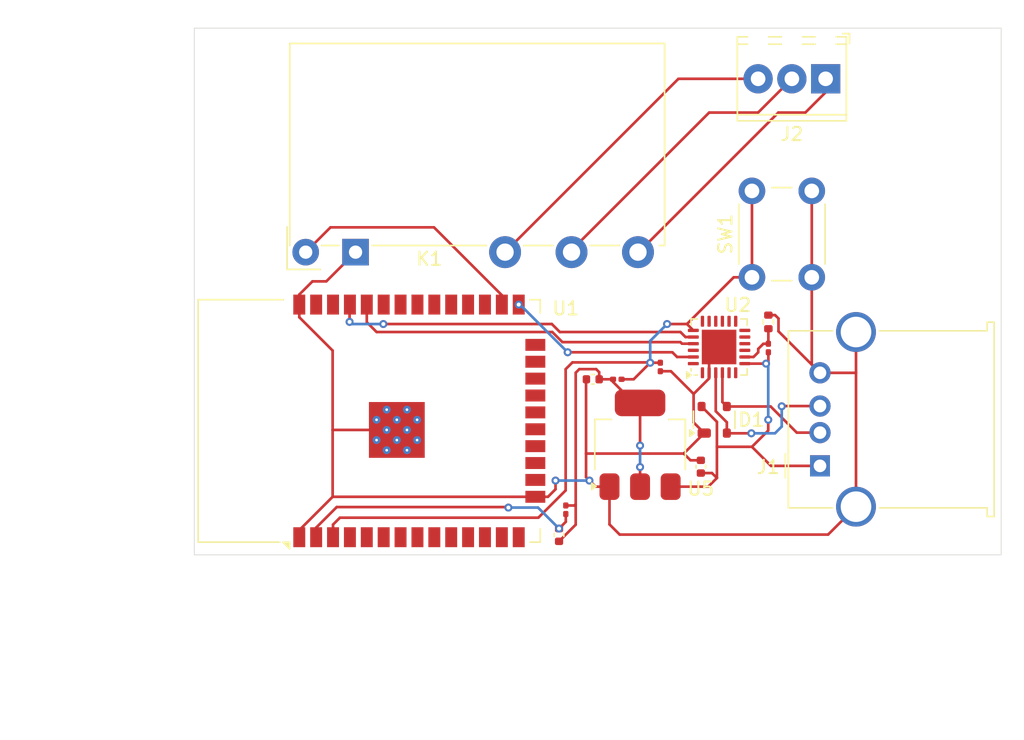
<source format=kicad_pcb>
(kicad_pcb (version 20240108) (generator "pcbnew") (generator_version "8.0")
  (layers (0 "F.Cu" signal) (31 "B.Cu" signal) (34 "B.Paste" user) (35 "F.Paste" user) (36 "B.SilkS" user "B.Silkscreen") (37 "F.SilkS" user "F.Silkscreen") (38 "B.Mask" user) (39 "F.Mask" user) (44 "Edge.Cuts" user))
  (net 0 "")
  (net 1 "GND")
  (net 2 "Net-(J1-D+)")
  (net 3 "Net-(J1-D-)")
  (net 4 "Net-(J1-VBUS)")
  (net 5 "Net-(U1-VDD)")
  (net 6 "Net-(SW1-A)")
  (net 27 "Net-(U1-IO0)")
  (net 35 "Net-(U1-TXD0{slash}IO1)")
  (net 41 "Net-(U2-VBUS)")
  (net 54 "Net-(U1-IO4)")
  (net 55 "Net-(J2-Pin_2)")
  (net 56 "Net-(J2-Pin_1)")
  (net 57 "Net-(J2-Pin_3)")
  (net 58 "Net-(U1-RXD0{slash}IO3)")
  (net 59 "Net-(U5-VO)")
  (footprint "Button_Switch_THT:SW_PUSH_6mm" (layer "F.Cu") (at 117.13 55.574 90)
    (property "Reference" "SW1" (at 3.25 -2 270) (layer "F.SilkS"))
    (property "Value" "SW_SPST")
    (fp_line (start 5.5 -1) (end 1 -1) (stroke (width 0.12)) (layer "F.SilkS"))
    (fp_line (start -0.25 1.5) (end -0.25 3) (stroke (width 0.12)) (layer "F.SilkS"))
    (fp_line (start 6.75 3) (end 6.75 1.5) (stroke (width 0.12)) (layer "F.SilkS"))
    (fp_line (start 1 5.5) (end 5.5 5.5) (stroke (width 0.12)) (layer "F.SilkS"))
    (pad "1" thru_hole circle (at 0 0 180) (size 2 2) (drill 1.1) (layers "*.Cu" "*.Mask") (net 6 "Net-(SW1-A)"))
    (pad "1" thru_hole circle (at 6.5 0 180) (size 2 2) (drill 1.1) (layers "*.Cu" "*.Mask") (net 6 "Net-(SW1-A)"))
    (pad "2" thru_hole circle (at 0 4.5 180) (size 2 2) (drill 1.1) (layers "*.Cu" "*.Mask") (net 1 "GND"))
    (pad "2" thru_hole circle (at 6.5 4.5 180) (size 2 2) (drill 1.1) (layers "*.Cu" "*.Mask") (net 1 "GND"))
  )
  (footprint "Resistor_SMD:R_0201_0603Metric" (layer "F.Cu") (at 107 63.246)
    (property "Reference" "R3" (hide yes))
    (property "Value" "10kΩ" (hide yes))
    (pad "1" smd roundrect (at -0.32 0) (size 0.46 0.4) (layers "F.Cu" "F.Mask") (net 59 "Net-(U5-VO)"))
    (pad "2" smd roundrect (at 0.32 0) (size 0.46 0.4) (layers "F.Cu" "F.Mask") (net 6 "Net-(SW1-A)"))
  )
  (footprint "Capacitor_SMD:C_0201_0603Metric" (layer "F.Cu") (at 103.124 73.061 -90)
    (property "Reference" "C2" (hide yes))
    (property "Value" "0.1uF" (hide yes))
    (pad "1" smd roundrect (at -0.32 0 270) (size 0.46 0.4) (layers "F.Cu" "F.Mask") (net 59 "Net-(U5-VO)"))
    (pad "2" smd roundrect (at 0.32 0 270) (size 0.46 0.4) (layers "F.Cu" "F.Mask") (net 5 "Net-(U1-VDD)"))
  )
  (footprint "Package_TO_SOT_SMD:SOT-143" (layer "F.Cu") (at 114.29 66.294 90)
    (property "Reference" "D1" (at 0 2.794 180) (layer "F.SilkS"))
    (property "Value" "SP0503BAHT" (hide yes))
    (fp_line (start 0.65 -1.56) (end -0.62 -1.56) (stroke (width 0.12)) (layer "F.SilkS"))
    (fp_line (start -0.65 1.56) (end 0.65 1.56) (stroke (width 0.12)) (layer "F.SilkS"))
    (fp_poly (pts (xy -1 -1.51) (xy -1.24 -1.84) (xy -0.76 -1.84) (xy -1 -1.51)) (stroke (width 0.12)) (fill solid) (layer "F.SilkS"))
    (pad "1" smd roundrect (at -1 -0.75 90) (size 0.7 1) (layers "F.Cu" "F.Paste" "F.Mask") (net 1 "GND"))
    (pad "2" smd roundrect (at -1 0.95 90) (size 0.7 0.6) (layers "F.Cu" "F.Paste" "F.Mask") (net 2 "Net-(J1-D+)"))
    (pad "3" smd roundrect (at 1 0.95 90) (size 0.7 0.6) (layers "F.Cu" "F.Paste" "F.Mask") (net 3 "Net-(J1-D-)"))
    (pad "4" smd roundrect (at 1 -0.95 90) (size 0.7 0.6) (layers "F.Cu" "F.Paste" "F.Mask") (net 4 "Net-(J1-VBUS)"))
  )
  (footprint "Connector_USB:USB_A_Molex_67643_Horizontal" (layer "F.Cu") (at 122.248 69.76 90)
    (property "Reference" "J1" (at -0.09 -3.894 180) (layer "F.SilkS"))
    (property "Value" "USB_A")
    (fp_line (start -0.9 -2.6) (end 0.9 -2.6) (stroke (width 0.12)) (layer "F.SilkS"))
    (fp_line (start 10.16 -2.38) (end 10.16 0.95) (stroke (width 0.12)) (layer "F.SilkS"))
    (fp_line (start -3.16 -2.38) (end 10.16 -2.38) (stroke (width 0.12)) (layer "F.SilkS"))
    (fp_line (start -3.16 -2.38) (end -3.16 0.95) (stroke (width 0.12)) (layer "F.SilkS"))
    (fp_line (start 10.16 4.47) (end 10.16 12.58) (stroke (width 0.12)) (layer "F.SilkS"))
    (fp_line (start 10.81 12.58) (end 10.16 12.58) (stroke (width 0.12)) (layer "F.SilkS"))
    (fp_line (start -3.16 12.58) (end -3.16 4.47) (stroke (width 0.12)) (layer "F.SilkS"))
    (fp_line (start -3.16 12.58) (end -3.81 12.58) (stroke (width 0.12)) (layer "F.SilkS"))
    (fp_line (start -3.81 12.58) (end -3.81 13.1) (stroke (width 0.12)) (layer "F.SilkS"))
    (fp_line (start 10.81 13.1) (end 10.81 12.58) (stroke (width 0.12)) (layer "F.SilkS"))
    (fp_line (start -3.81 13.1) (end 10.81 13.1) (stroke (width 0.12)) (layer "F.SilkS"))
    (pad "1" thru_hole rect (at 0 0 90) (size 1.6 1.5) (drill 0.95) (layers "*.Cu" "*.Mask") (net 4 "Net-(J1-VBUS)"))
    (pad "2" thru_hole circle (at 2.5 0 90) (size 1.6 1.6) (drill 0.95) (layers "*.Cu" "*.Mask") (net 3 "Net-(J1-D-)"))
    (pad "3" thru_hole circle (at 4.5 0 90) (size 1.6 1.6) (drill 0.95) (layers "*.Cu" "*.Mask") (net 2 "Net-(J1-D+)"))
    (pad "4" thru_hole circle (at 7 0 90) (size 1.6 1.6) (drill 0.95) (layers "*.Cu" "*.Mask") (net 1 "GND"))
    (pad "5" thru_hole circle (at -3.07 2.71 90) (size 3 3) (drill 2.3) (layers "*.Cu" "*.Mask") (net 1 "GND"))
    (pad "5" thru_hole circle (at 10.07 2.71 90) (size 3 3) (drill 2.3) (layers "*.Cu" "*.Mask") (net 1 "GND"))
  )
  (footprint "Capacitor_SMD:C_0402_1005Metric" (layer "F.Cu") (at 102.616 74.958 -90)
    (property "Reference" "C1" (hide yes))
    (property "Value" "10uF" (hide yes))
    (fp_line (start -0.107836 0.36) (end 0.107836 0.36) (stroke (width 0.12)) (layer "F.SilkS"))
    (fp_line (start -0.107836 -0.36) (end 0.107836 -0.36) (stroke (width 0.12)) (layer "F.SilkS"))
    (pad "1" smd roundrect (at -0.48 0 270) (size 0.56 0.62) (layers "F.Cu" "F.Paste" "F.Mask") (net 5 "Net-(U1-VDD)"))
    (pad "2" smd roundrect (at 0.48 0 270) (size 0.56 0.62) (layers "F.Cu" "F.Paste" "F.Mask") (net 59 "Net-(U5-VO)"))
  )
  (footprint "Package_TO_SOT_SMD:SOT-223-3_TabPin2" (layer "F.Cu") (at 108.712 68.174 90)
    (property "Reference" "U5" (at -3.302 4.572 180) (layer "F.SilkS"))
    (property "Value" "AMS1117-3.3" (hide yes))
    (fp_line (start 1.91 -3.41) (end 1.91 -2.15) (stroke (width 0.12)) (layer "F.SilkS"))
    (fp_line (start -1.85 -3.41) (end 1.91 -3.41) (stroke (width 0.12)) (layer "F.SilkS"))
    (fp_line (start 1.91 3.41) (end 1.91 2.15) (stroke (width 0.12)) (layer "F.SilkS"))
    (fp_line (start -1.85 3.41) (end 1.91 3.41) (stroke (width 0.12)) (layer "F.SilkS"))
    (fp_poly (pts (xy -3.13 -3.31) (xy -3.37 -3.64) (xy -2.89 -3.64) (xy -3.13 -3.31)) (stroke (width 0.12)) (fill solid) (layer "F.SilkS"))
    (pad "1" smd roundrect (at -3.15 -2.3 90) (size 2 1.5) (layers "F.Cu" "F.Paste" "F.Mask") (net 1 "GND"))
    (pad "2" smd roundrect (at -3.15 0 90) (size 2 1.5) (layers "F.Cu" "F.Paste" "F.Mask") (net 59 "Net-(U5-VO)"))
    (pad "2" smd roundrect (at 3.15 0 90) (size 2 3.8) (layers "F.Cu" "F.Paste" "F.Mask") (net 59 "Net-(U5-VO)"))
    (pad "3" smd roundrect (at -3.15 2.3 90) (size 2 1.5) (layers "F.Cu" "F.Paste" "F.Mask") (net 4 "Net-(J1-VBUS)"))
  )
  (footprint "RF_Module:ESP32-WROOM-32" (layer "F.Cu") (at 91.323 66.377 90)
    (property "Reference" "U1" (at 8.465 11.801 0) (layer "F.SilkS"))
    (property "Value" "ESP32-WROOM-32")
    (fp_line (start 9.12 -15.86) (end 9.12 -9.445) (stroke (width 0.12)) (layer "F.SilkS"))
    (fp_line (start -9.12 -15.86) (end 9.12 -15.86) (stroke (width 0.12)) (layer "F.SilkS"))
    (fp_line (start -9.12 -15.86) (end -9.12 -9.7) (stroke (width 0.12)) (layer "F.SilkS"))
    (fp_line (start 9.12 9.1) (end 9.12 9.88) (stroke (width 0.12)) (layer "F.SilkS"))
    (fp_line (start -9.12 9.1) (end -9.12 9.88) (stroke (width 0.12)) (layer "F.SilkS"))
    (fp_line (start 9.12 9.88) (end 8.12 9.88) (stroke (width 0.12)) (layer "F.SilkS"))
    (fp_line (start -9.12 9.88) (end -8.12 9.88) (stroke (width 0.12)) (layer "F.SilkS"))
    (fp_poly (pts (xy -9.125 -8.975) (xy -9.625 -8.975) (xy -9.125 -9.475) (xy -9.125 -8.975)) (stroke (width 0.12)) (fill solid) (layer "F.SilkS"))
    (pad "1" smd rect (at -8.75 -8.25 90) (size 1.5 0.9) (layers "F.Cu" "F.Paste" "F.Mask") (net 1 "GND"))
    (pad "2" smd rect (at -8.75 -6.98 90) (size 1.5 0.9) (layers "F.Cu" "F.Paste" "F.Mask") (net 5 "Net-(U1-VDD)"))
    (pad "3" smd rect (at -8.75 -5.71 90) (size 1.5 0.9) (layers "F.Cu" "F.Paste" "F.Mask") (net 6 "Net-(SW1-A)"))
    (pad "4" smd rect (at -8.75 -4.44 90) (size 1.5 0.9) (layers "F.Cu" "F.Paste" "F.Mask"))
    (pad "5" smd rect (at -8.75 -3.17 90) (size 1.5 0.9) (layers "F.Cu" "F.Paste" "F.Mask"))
    (pad "6" smd rect (at -8.75 -1.9 90) (size 1.5 0.9) (layers "F.Cu" "F.Paste" "F.Mask"))
    (pad "7" smd rect (at -8.75 -0.63 90) (size 1.5 0.9) (layers "F.Cu" "F.Paste" "F.Mask"))
    (pad "8" smd rect (at -8.75 0.64 90) (size 1.5 0.9) (layers "F.Cu" "F.Paste" "F.Mask"))
    (pad "9" smd rect (at -8.75 1.91 90) (size 1.5 0.9) (layers "F.Cu" "F.Paste" "F.Mask"))
    (pad "10" smd rect (at -8.75 3.18 90) (size 1.5 0.9) (layers "F.Cu" "F.Paste" "F.Mask"))
    (pad "11" smd rect (at -8.75 4.45 90) (size 1.5 0.9) (layers "F.Cu" "F.Paste" "F.Mask"))
    (pad "12" smd rect (at -8.75 5.72 90) (size 1.5 0.9) (layers "F.Cu" "F.Paste" "F.Mask"))
    (pad "13" smd rect (at -8.75 6.99 90) (size 1.5 0.9) (layers "F.Cu" "F.Paste" "F.Mask"))
    (pad "14" smd rect (at -8.75 8.26 90) (size 1.5 0.9) (layers "F.Cu" "F.Paste" "F.Mask"))
    (pad "15" smd rect (at -5.71 9.51 180) (size 1.5 0.9) (layers "F.Cu" "F.Paste" "F.Mask") (net 1 "GND"))
    (pad "16" smd rect (at -4.44 9.51 180) (size 1.5 0.9) (layers "F.Cu" "F.Paste" "F.Mask"))
    (pad "17" smd rect (at -3.17 9.51 180) (size 1.5 0.9) (layers "F.Cu" "F.Paste" "F.Mask"))
    (pad "18" smd rect (at -1.9 9.51 180) (size 1.5 0.9) (layers "F.Cu" "F.Paste" "F.Mask"))
    (pad "19" smd rect (at -0.63 9.51 180) (size 1.5 0.9) (layers "F.Cu" "F.Paste" "F.Mask"))
    (pad "20" smd rect (at 0.64 9.51 180) (size 1.5 0.9) (layers "F.Cu" "F.Paste" "F.Mask"))
    (pad "21" smd rect (at 1.91 9.51 180) (size 1.5 0.9) (layers "F.Cu" "F.Paste" "F.Mask"))
    (pad "22" smd rect (at 3.18 9.51 180) (size 1.5 0.9) (layers "F.Cu" "F.Paste" "F.Mask"))
    (pad "23" smd rect (at 4.45 9.51 180) (size 1.5 0.9) (layers "F.Cu" "F.Paste" "F.Mask"))
    (pad "24" smd rect (at 5.72 9.51 180) (size 1.5 0.9) (layers "F.Cu" "F.Paste" "F.Mask"))
    (pad "25" smd rect (at 8.75 8.26 90) (size 1.5 0.9) (layers "F.Cu" "F.Paste" "F.Mask") (net 27 "Net-(U1-IO0)"))
    (pad "26" smd rect (at 8.75 6.99 90) (size 1.5 0.9) (layers "F.Cu" "F.Paste" "F.Mask") (net 54 "Net-(U1-IO4)"))
    (pad "27" smd rect (at 8.75 5.72 90) (size 1.5 0.9) (layers "F.Cu" "F.Paste" "F.Mask"))
    (pad "28" smd rect (at 8.75 4.45 90) (size 1.5 0.9) (layers "F.Cu" "F.Paste" "F.Mask"))
    (pad "29" smd rect (at 8.75 3.18 90) (size 1.5 0.9) (layers "F.Cu" "F.Paste" "F.Mask"))
    (pad "30" smd rect (at 8.75 1.91 90) (size 1.5 0.9) (layers "F.Cu" "F.Paste" "F.Mask"))
    (pad "31" smd rect (at 8.75 0.64 90) (size 1.5 0.9) (layers "F.Cu" "F.Paste" "F.Mask"))
    (pad "32" smd rect (at 8.75 -0.63 90) (size 1.5 0.9) (layers "F.Cu" "F.Paste" "F.Mask"))
    (pad "33" smd rect (at 8.75 -1.9 90) (size 1.5 0.9) (layers "F.Cu" "F.Paste" "F.Mask"))
    (pad "34" smd rect (at 8.75 -3.17 90) (size 1.5 0.9) (layers "F.Cu" "F.Paste" "F.Mask") (net 58 "Net-(U1-RXD0{slash}IO3)"))
    (pad "35" smd rect (at 8.75 -4.44 90) (size 1.5 0.9) (layers "F.Cu" "F.Paste" "F.Mask") (net 35 "Net-(U1-TXD0{slash}IO1)"))
    (pad "36" smd rect (at 8.75 -5.71 90) (size 1.5 0.9) (layers "F.Cu" "F.Paste" "F.Mask"))
    (pad "37" smd rect (at 8.75 -6.98 90) (size 1.5 0.9) (layers "F.Cu" "F.Paste" "F.Mask"))
    (pad "38" smd rect (at 8.75 -8.25 90) (size 1.5 0.9) (layers "F.Cu" "F.Paste" "F.Mask") (net 1 "GND"))
    (pad "39" smd rect (at -2.205 -2.435 90) (size 1.05 1.05) (layers "F.Cu" "F.Paste") (net 1 "GND"))
    (pad "39" thru_hole circle (at -2.205 -1.6725 90) (size 0.6 0.6) (drill 0.2) (property pad_prop_heatsink) (layers "*.Cu" "F.Mask") (net 1 "GND"))
    (pad "39" smd rect (at -2.205 -0.91 90) (size 1.05 1.05) (layers "F.Cu" "F.Paste") (net 1 "GND"))
    (pad "39" thru_hole circle (at -2.205 -0.1475 90) (size 0.6 0.6) (drill 0.2) (property pad_prop_heatsink) (layers "*.Cu" "F.Mask") (net 1 "GND"))
    (pad "39" smd rect (at -2.205 0.615 90) (size 1.05 1.05) (layers "F.Cu" "F.Paste") (net 1 "GND"))
    (pad "39" thru_hole circle (at -1.4425 -2.435 90) (size 0.6 0.6) (drill 0.2) (property pad_prop_heatsink) (layers "*.Cu" "F.Mask") (net 1 "GND"))
    (pad "39" thru_hole circle (at -1.4425 -0.91 90) (size 0.6 0.6) (drill 0.2) (property pad_prop_heatsink) (layers "*.Cu" "F.Mask") (net 1 "GND"))
    (pad "39" thru_hole circle (at -1.4425 0.615 90) (size 0.6 0.6) (drill 0.2) (property pad_prop_heatsink) (layers "*.Cu" "F.Mask") (net 1 "GND"))
    (pad "39" smd rect (at -0.68 -2.435 90) (size 1.05 1.05) (layers "F.Cu" "F.Paste") (net 1 "GND"))
    (pad "39" thru_hole circle (at -0.68 -1.6725 90) (size 0.6 0.6) (drill 0.2) (property pad_prop_heatsink) (layers "*.Cu" "F.Mask") (net 1 "GND"))
    (pad "39" smd rect (at -0.68 -0.91 90) (size 1.05 1.05) (layers "F.Cu" "F.Paste") (net 1 "GND"))
    (pad "39" smd rect (at -0.68 -0.91 90) (size 4.2 4.2) (layers "F.Cu" "F.Mask") (net 1 "GND"))
    (pad "39" thru_hole circle (at -0.68 -0.1475 90) (size 0.6 0.6) (drill 0.2) (property pad_prop_heatsink) (layers "*.Cu" "F.Mask") (net 1 "GND"))
    (pad "39" smd rect (at -0.68 0.615 90) (size 1.05 1.05) (layers "F.Cu" "F.Paste") (net 1 "GND"))
    (pad "39" thru_hole circle (at 0.0825 -2.435 90) (size 0.6 0.6) (drill 0.2) (property pad_prop_heatsink) (layers "*.Cu" "F.Mask") (net 1 "GND"))
    (pad "39" thru_hole circle (at 0.0825 -0.91 90) (size 0.6 0.6) (drill 0.2) (property pad_prop_heatsink) (layers "*.Cu" "F.Mask") (net 1 "GND"))
    (pad "39" thru_hole circle (at 0.0825 0.615 90) (size 0.6 0.6) (drill 0.2) (property pad_prop_heatsink) (layers "*.Cu" "F.Mask") (net 1 "GND"))
    (pad "39" smd rect (at 0.845 -2.435 90) (size 1.05 1.05) (layers "F.Cu" "F.Paste") (net 1 "GND"))
    (pad "39" thru_hole circle (at 0.845 -1.6725 90) (size 0.6 0.6) (drill 0.2) (property pad_prop_heatsink) (layers "*.Cu" "F.Mask") (net 1 "GND"))
    (pad "39" smd rect (at 0.845 -0.91 90) (size 1.05 1.05) (layers "F.Cu" "F.Paste") (net 1 "GND"))
    (pad "39" thru_hole circle (at 0.845 -0.1475 90) (size 0.6 0.6) (drill 0.2) (property pad_prop_heatsink) (layers "*.Cu" "F.Mask") (net 1 "GND"))
    (pad "39" smd rect (at 0.845 0.615 90) (size 1.05 1.05) (layers "F.Cu" "F.Paste") (net 1 "GND"))
  )
  (footprint "Capacitor_SMD:C_0402_1005Metric" (layer "F.Cu") (at 105.156 63.246 180)
    (property "Reference" "C5" (hide yes))
    (property "Value" "22uF" (hide yes))
    (fp_line (start -0.107836 0.36) (end 0.107836 0.36) (stroke (width 0.12)) (layer "F.SilkS"))
    (fp_line (start -0.107836 -0.36) (end 0.107836 -0.36) (stroke (width 0.12)) (layer "F.SilkS"))
    (pad "1" smd roundrect (at -0.48 0 180) (size 0.56 0.62) (layers "F.Cu" "F.Paste" "F.Mask") (net 59 "Net-(U5-VO)"))
    (pad "2" smd roundrect (at 0.48 0 180) (size 0.56 0.62) (layers "F.Cu" "F.Paste" "F.Mask") (net 1 "GND"))
  )
  (footprint "Capacitor_SMD:C_0201_0603Metric" (layer "F.Cu") (at 110.236 62.321 90)
    (property "Reference" "C3" (hide yes))
    (property "Value" "1uF" (hide yes))
    (pad "1" smd roundrect (at -0.32 0 90) (size 0.46 0.4) (layers "F.Cu" "F.Mask") (net 1 "GND"))
    (pad "2" smd roundrect (at 0.32 0 90) (size 0.46 0.4) (layers "F.Cu" "F.Mask") (net 6 "Net-(SW1-A)"))
  )
  (footprint "Capacitor_SMD:C_0402_1005Metric" (layer "F.Cu") (at 113.284 69.822 90)
    (property "Reference" "C4" (hide yes))
    (property "Value" "10uF" (hide yes))
    (fp_line (start -0.107836 -0.36) (end 0.107836 -0.36) (stroke (width 0.12)) (layer "F.SilkS"))
    (fp_line (start -0.107836 0.36) (end 0.107836 0.36) (stroke (width 0.12)) (layer "F.SilkS"))
    (pad "1" smd roundrect (at -0.48 0 90) (size 0.56 0.62) (layers "F.Cu" "F.Paste" "F.Mask") (net 4 "Net-(J1-VBUS)"))
    (pad "2" smd roundrect (at 0.48 0 90) (size 0.56 0.62) (layers "F.Cu" "F.Paste" "F.Mask") (net 1 "GND"))
  )
  (footprint "Resistor_SMD:R_0201_0603Metric" (layer "F.Cu") (at 118.364 60.894 90)
    (property "Reference" "R1" (hide yes))
    (property "Value" "22.1kΩ" (hide yes))
    (pad "1" smd roundrect (at -0.32 0 90) (size 0.46 0.4) (layers "F.Cu" "F.Mask") (net 4 "Net-(J1-VBUS)"))
    (pad "2" smd roundrect (at 0.32 0 90) (size 0.46 0.4) (layers "F.Cu" "F.Mask") (net 41 "Net-(U2-VBUS)"))
  )
  (footprint "Resistor_SMD:R_0402_1005Metric" (layer "F.Cu") (at 118.364 58.93 90)
    (property "Reference" "R2" (hide yes))
    (property "Value" "47.5kΩ" (hide yes))
    (fp_line (start -0.153641 -0.38) (end 0.153641 -0.38) (stroke (width 0.12)) (layer "F.SilkS"))
    (fp_line (start -0.153641 0.38) (end 0.153641 0.38) (stroke (width 0.12)) (layer "F.SilkS"))
    (pad "1" smd roundrect (at -0.51 0 90) (size 0.54 0.64) (layers "F.Cu" "F.Paste" "F.Mask") (net 41 "Net-(U2-VBUS)"))
    (pad "2" smd roundrect (at 0.51 0 90) (size 0.54 0.64) (layers "F.Cu" "F.Paste" "F.Mask") (net 1 "GND"))
  )
  (footprint "Relay_THT:Relay_SPDT_Finder_34.51_Horizontal" (layer "F.Cu") (at 87.306 53.682)
    (property "Reference" "K1" (at 5.55 0.5 0) (layer "F.SilkS"))
    (property "Value" "Relay_SPDT")
    (fp_line (start -5.15 -1.9) (end -5.15 1.3) (stroke (width 0.12)) (layer "F.SilkS"))
    (fp_line (start -5.15 1.3) (end -2.65 1.3) (stroke (width 0.12)) (layer "F.SilkS"))
    (fp_line (start -4.95 -15.7) (end 23.25 -15.7) (stroke (width 0.12)) (layer "F.SilkS"))
    (fp_line (start -4.95 -0.5) (end -4.95 -15.7) (stroke (width 0.12)) (layer "F.SilkS"))
    (fp_line (start -1.25 -0.5) (end -2.55 -0.5) (stroke (width 0.12)) (layer "F.SilkS"))
    (fp_line (start 9.85 -0.5) (end 1.25 -0.5) (stroke (width 0.12)) (layer "F.SilkS"))
    (fp_line (start 14.85 -0.5) (end 12.65 -0.5) (stroke (width 0.12)) (layer "F.SilkS"))
    (fp_line (start 19.85 -0.5) (end 17.65 -0.5) (stroke (width 0.12)) (layer "F.SilkS"))
    (fp_line (start 23.25 -15.7) (end 23.25 -0.5) (stroke (width 0.12)) (layer "F.SilkS"))
    (fp_line (start 23.25 -0.5) (end 22.85 -0.5) (stroke (width 0.12)) (layer "F.SilkS"))
    (pad "11" thru_hole circle (at 16.25 0) (size 2.4 2.4) (drill 1.3) (layers "*.Cu" "*.Mask") (net 55 "Net-(J2-Pin_2)"))
    (pad "12" thru_hole circle (at 11.25 0) (size 2.4 2.4) (drill 1.3) (layers "*.Cu" "*.Mask") (net 57 "Net-(J2-Pin_3)"))
    (pad "14" thru_hole circle (at 21.25 0) (size 2.4 2.4) (drill 1.3) (layers "*.Cu" "*.Mask") (net 56 "Net-(J2-Pin_1)"))
    (pad "A1" thru_hole rect (at 0 0) (size 2 2) (drill 1) (layers "*.Cu" "*.Mask") (net 1 "GND"))
    (pad "A2" thru_hole circle (at -3.75 0) (size 2 2) (drill 1) (layers "*.Cu" "*.Mask") (net 54 "Net-(U1-IO4)"))
  )
  (footprint "TerminalBlock_Phoenix:TerminalBlock_Phoenix_MPT-0,5-3-2.54_1x03_P2.54mm_Horizontal" (layer "F.Cu") (at 122.672 40.64 180)
    (property "Reference" "J2" (at 2.54 -4.16 180) (layer "F.SilkS"))
    (property "Value" "Screw_Terminal_01x03")
    (fp_line (start 6.64 -3.16) (end 6.64 3.16) (stroke (width 0.12)) (layer "F.SilkS"))
    (fp_line (start 5.87 3.16) (end 6.64 3.16) (stroke (width 0.12)) (layer "F.SilkS"))
    (fp_line (start 5.87 2.6) (end 6.64 2.6) (stroke (width 0.12)) (layer "F.SilkS"))
    (fp_line (start 3.33 3.16) (end 4.29 3.16) (stroke (width 0.12)) (layer "F.SilkS"))
    (fp_line (start 3.33 2.6) (end 4.29 2.6) (stroke (width 0.12)) (layer "F.SilkS"))
    (fp_line (start 0.79 3.16) (end 1.75 3.16) (stroke (width 0.12)) (layer "F.SilkS"))
    (fp_line (start 0.79 2.6) (end 1.75 2.6) (stroke (width 0.12)) (layer "F.SilkS"))
    (fp_line (start -1.56 3.16) (end -0.79 3.16) (stroke (width 0.12)) (layer "F.SilkS"))
    (fp_line (start -1.56 2.6) (end -0.79 2.6) (stroke (width 0.12)) (layer "F.SilkS"))
    (fp_line (start -1.56 -2.7) (end 6.64 -2.7) (stroke (width 0.12)) (layer "F.SilkS"))
    (fp_line (start -1.56 -3.16) (end 6.64 -3.16) (stroke (width 0.12)) (layer "F.SilkS"))
    (fp_line (start -1.56 -3.16) (end -1.56 3.16) (stroke (width 0.12)) (layer "F.SilkS"))
    (fp_line (start -1.8 3.4) (end -1.3 3.4) (stroke (width 0.12)) (layer "F.SilkS"))
    (fp_line (start -1.8 2.66) (end -1.8 3.4) (stroke (width 0.12)) (layer "F.SilkS"))
    (pad "" np_thru_hole circle (at 0 2.54 180) (size 1.1 1.1) (drill 1.1) (layers "*.Cu" "*.Mask"))
    (pad "" np_thru_hole circle (at 2.54 2.54 180) (size 1.1 1.1) (drill 1.1) (layers "*.Cu" "*.Mask"))
    (pad "" np_thru_hole circle (at 5.08 2.54 180) (size 1.1 1.1) (drill 1.1) (layers "*.Cu" "*.Mask"))
    (pad "1" thru_hole rect (at 0 0 180) (size 2.2 2.2) (drill 1.1) (layers "*.Cu" "*.Mask") (net 56 "Net-(J2-Pin_1)"))
    (pad "2" thru_hole circle (at 2.54 0 180) (size 2.2 2.2) (drill 1.1) (layers "*.Cu" "*.Mask") (net 55 "Net-(J2-Pin_2)"))
    (pad "3" thru_hole circle (at 5.08 0 180) (size 2.2 2.2) (drill 1.1) (layers "*.Cu" "*.Mask") (net 57 "Net-(J2-Pin_3)"))
  )
  (footprint "Package_DFN_QFN:QFN-24-1EP_4x4mm_P0.5mm_EP2.6x2.6mm" (layer "F.Cu") (at 114.656 60.818 90)
    (property "Reference" "U2" (at 3.16 1.412 180) (layer "F.SilkS"))
    (property "Value" "CP2102N-Axx-xQFN24" (hide yes))
    (fp_line (start 2.11 -2.11) (end 2.11 -1.635) (stroke (width 0.12)) (layer "F.SilkS"))
    (fp_line (start 1.635 -2.11) (end 2.11 -2.11) (stroke (width 0.12)) (layer "F.SilkS"))
    (fp_line (start -1.635 -2.11) (end -1.81 -2.11) (stroke (width 0.12)) (layer "F.SilkS"))
    (fp_line (start -2.11 -1.635) (end -2.11 -1.87) (stroke (width 0.12)) (layer "F.SilkS"))
    (fp_line (start 2.11 2.11) (end 2.11 1.635) (stroke (width 0.12)) (layer "F.SilkS"))
    (fp_line (start 1.635 2.11) (end 2.11 2.11) (stroke (width 0.12)) (layer "F.SilkS"))
    (fp_line (start -1.635 2.11) (end -2.11 2.11) (stroke (width 0.12)) (layer "F.SilkS"))
    (fp_line (start -2.11 2.11) (end -2.11 1.635) (stroke (width 0.12)) (layer "F.SilkS"))
    (fp_poly (pts (xy -2.11 -2.11) (xy -2.35 -2.44) (xy -1.87 -2.44) (xy -2.11 -2.11)) (stroke (width 0.12)) (fill solid) (layer "F.SilkS"))
    (pad "1" smd roundrect (at -1.9375 -1.25 90) (size 0.825 0.25) (layers "F.Cu" "F.Paste" "F.Mask"))
    (pad "2" smd roundrect (at -1.9375 -0.75 90) (size 0.825 0.25) (layers "F.Cu" "F.Paste" "F.Mask") (net 1 "GND"))
    (pad "3" smd roundrect (at -1.9375 -0.25 90) (size 0.825 0.25) (layers "F.Cu" "F.Paste" "F.Mask") (net 2 "Net-(J1-D+)"))
    (pad "4" smd roundrect (at -1.9375 0.25 90) (size 0.825 0.25) (layers "F.Cu" "F.Paste" "F.Mask") (net 3 "Net-(J1-D-)"))
    (pad "5" smd roundrect (at -1.9375 0.75 90) (size 0.825 0.25) (layers "F.Cu" "F.Paste" "F.Mask"))
    (pad "6" smd roundrect (at -1.9375 1.25 90) (size 0.825 0.25) (layers "F.Cu" "F.Paste" "F.Mask"))
    (pad "7" smd roundrect (at -1.25 1.9375 90) (size 0.25 0.825) (layers "F.Cu" "F.Paste" "F.Mask") (net 4 "Net-(J1-VBUS)"))
    (pad "8" smd roundrect (at -0.75 1.9375 90) (size 0.25 0.825) (layers "F.Cu" "F.Paste" "F.Mask") (net 41 "Net-(U2-VBUS)"))
    (pad "9" smd roundrect (at -0.25 1.9375 90) (size 0.25 0.825) (layers "F.Cu" "F.Paste" "F.Mask"))
    (pad "10" smd roundrect (at 0.25 1.9375 90) (size 0.25 0.825) (layers "F.Cu" "F.Paste" "F.Mask"))
    (pad "11" smd roundrect (at 0.75 1.9375 90) (size 0.25 0.825) (layers "F.Cu" "F.Paste" "F.Mask"))
    (pad "12" smd roundrect (at 1.25 1.9375 90) (size 0.25 0.825) (layers "F.Cu" "F.Paste" "F.Mask"))
    (pad "13" smd roundrect (at 1.9375 1.25 90) (size 0.825 0.25) (layers "F.Cu" "F.Paste" "F.Mask"))
    (pad "14" smd roundrect (at 1.9375 0.75 90) (size 0.825 0.25) (layers "F.Cu" "F.Paste" "F.Mask"))
    (pad "15" smd roundrect (at 1.9375 0.25 90) (size 0.825 0.25) (layers "F.Cu" "F.Paste" "F.Mask"))
    (pad "16" smd roundrect (at 1.9375 -0.25 90) (size 0.825 0.25) (layers "F.Cu" "F.Paste" "F.Mask"))
    (pad "17" smd roundrect (at 1.9375 -0.75 90) (size 0.825 0.25) (layers "F.Cu" "F.Paste" "F.Mask"))
    (pad "18" smd roundrect (at 1.9375 -1.25 90) (size 0.825 0.25) (layers "F.Cu" "F.Paste" "F.Mask"))
    (pad "19" smd roundrect (at 1.25 -1.9375 90) (size 0.25 0.825) (layers "F.Cu" "F.Paste" "F.Mask") (net 6 "Net-(SW1-A)"))
    (pad "20" smd roundrect (at 0.75 -1.9375 90) (size 0.25 0.825) (layers "F.Cu" "F.Paste" "F.Mask") (net 35 "Net-(U1-TXD0{slash}IO1)"))
    (pad "21" smd roundrect (at 0.25 -1.9375 90) (size 0.25 0.825) (layers "F.Cu" "F.Paste" "F.Mask") (net 58 "Net-(U1-RXD0{slash}IO3)"))
    (pad "22" smd roundrect (at -0.25 -1.9375 90) (size 0.25 0.825) (layers "F.Cu" "F.Paste" "F.Mask"))
    (pad "23" smd roundrect (at -0.75 -1.9375 90) (size 0.25 0.825) (layers "F.Cu" "F.Paste" "F.Mask") (net 27 "Net-(U1-IO0)"))
    (pad "24" smd roundrect (at -1.25 -1.9375 90) (size 0.25 0.825) (layers "F.Cu" "F.Paste" "F.Mask"))
    (pad "25" smd rect (at 0 0 90) (size 2.6 2.6) (property pad_prop_heatsink) (layers "F.Cu" "F.Mask") (net 1 "GND"))
  )
  (gr_line (start 75.174 76.454) (end 135.88 76.454) (stroke (width 0.05)) (layer "Edge.Cuts"))
  (gr_line (start 135.88 36.83) (end 135.88 76.454) (stroke (width 0.05)) (layer "Edge.Cuts"))
  (gr_line (start 75.174 36.83) (end 135.88 36.83) (stroke (width 0.05)) (layer "Edge.Cuts"))
  (gr_line (start 75.174 76.454) (end 75.174 36.83) (stroke (width 0.05)) (layer "Edge.Cuts"))
  (segment (start 106.412 71.324) (end 106.412 74.164) (width 0.2) (layer "F.Cu") (net 1))
  (segment (start 112.74 66.494) (end 112.74 64.348386) (width 0.2) (layer "F.Cu") (net 1))
  (segment (start 104.648 68.834) (end 104.648 63.274) (width 0.2) (layer "F.Cu") (net 1))
  (segment (start 112 68.834) (end 104.648 68.834) (width 0.2) (layer "F.Cu") (net 1))
  (segment (start 83.073 57.627) (end 83.073 58.577) (width 0.2) (layer "F.Cu") (net 1))
  (segment (start 119.126 58.674) (end 119.126 59.638) (width 0.2) (layer "F.Cu") (net 1))
  (segment (start 112 68.834) (end 113.54 67.294) (width 0.2) (layer "F.Cu") (net 1))
  (segment (start 85.583 72.087) (end 83.073 74.597) (width 0.2) (layer "F.Cu") (net 1))
  (segment (start 124.958 59.69) (end 124.958 62.738) (width 0.2) (layer "F.Cu") (net 1))
  (segment (start 121.63 62.142) (end 122.248 62.76) (width 0.2) (layer "F.Cu") (net 1))
  (segment (start 106.412 74.164) (end 107.178 74.93) (width 0.2) (layer "F.Cu") (net 1))
  (segment (start 112.74 64.348386) (end 113.906 63.182386) (width 0.2) (layer "F.Cu") (net 1))
  (segment (start 100.833 72.087) (end 85.583 72.087) (width 0.2) (layer "F.Cu") (net 1))
  (segment (start 83.073 74.597) (end 83.073 75.127) (width 0.2) (layer "F.Cu") (net 1))
  (segment (start 84.064 55.88) (end 83.073 56.871) (width 0.2) (layer "F.Cu") (net 1))
  (segment (start 83.073 56.871) (end 83.073 57.627) (width 0.2) (layer "F.Cu") (net 1))
  (segment (start 85.108 55.88) (end 84.064 55.88) (width 0.2) (layer "F.Cu") (net 1))
  (segment (start 83.073 58.577) (end 85.583 61.087) (width 0.2) (layer "F.Cu") (net 1))
  (segment (start 102.352 71.518) (end 101.783 72.087) (width 0.2) (layer "F.Cu") (net 1))
  (segment (start 118.364 58.42) (end 118.872 58.42) (width 0.2) (layer "F.Cu") (net 1))
  (segment (start 121.63 55.574) (end 121.63 62.142) (width 0.2) (layer "F.Cu") (net 1))
  (segment (start 107.178 74.93) (end 122.858 74.93) (width 0.2) (layer "F.Cu") (net 1))
  (segment (start 104.648 70.612) (end 104.902 70.866) (width 0.2) (layer "F.Cu") (net 1))
  (segment (start 85.583 67.056) (end 85.583 72.087) (width 0.2) (layer "F.Cu") (net 1))
  (segment (start 113.54 67.294) (end 112.74 66.494) (width 0.2) (layer "F.Cu") (net 1))
  (segment (start 105.36 71.324) (end 106.412 71.324) (width 0.2) (layer "F.Cu") (net 1))
  (segment (start 122.858 74.93) (end 124.958 72.83) (width 0.2) (layer "F.Cu") (net 1))
  (segment (start 104.648 68.834) (end 104.648 70.612) (width 0.2) (layer "F.Cu") (net 1))
  (segment (start 102.352 70.866) (end 102.352 71.518) (width 0.2) (layer "F.Cu") (net 1))
  (segment (start 113.906 61.568) (end 114.656 60.818) (width 0.2) (layer "F.Cu") (net 1))
  (segment (start 89.6505 67.057) (end 85.584 67.057) (width 0.2) (layer "F.Cu") (net 1))
  (segment (start 124.958 62.738) (end 124.958 72.83) (width 0.2) (layer "F.Cu") (net 1))
  (segment (start 104.902 70.866) (end 105.36 71.324) (width 0.2) (layer "F.Cu") (net 1))
  (segment (start 87.306 53.682) (end 85.108 55.88) (width 0.2) (layer "F.Cu") (net 1))
  (segment (start 113.906 62.7555) (end 113.906 61.568) (width 0.2) (layer "F.Cu") (net 1))
  (segment (start 122.248 62.76) (end 124.936 62.76) (width 0.2) (layer "F.Cu") (net 1))
  (segment (start 118.872 58.42) (end 119.126 58.674) (width 0.2) (layer "F.Cu") (net 1))
  (segment (start 121.63 55.574) (end 121.63 49.074) (width 0.2) (layer "F.Cu") (net 1))
  (segment (start 112.508 69.342) (end 112 68.834) (width 0.2) (layer "F.Cu") (net 1))
  (segment (start 110.236 62.641) (end 111.032614 62.641) (width 0.2) (layer "F.Cu") (net 1))
  (segment (start 113.284 69.342) (end 112.508 69.342) (width 0.2) (layer "F.Cu") (net 1))
  (segment (start 85.583 61.087) (end 85.583 67.056) (width 0.2) (layer "F.Cu") (net 1))
  (segment (start 119.126 59.638) (end 122.248 62.76) (width 0.2) (layer "F.Cu") (net 1))
  (segment (start 111.032614 62.641) (end 112.74 64.348386) (width 0.2) (layer "F.Cu") (net 1))
  (segment (start 101.783 72.087) (end 100.833 72.087) (width 0.2) (layer "F.Cu") (net 1))
  (segment (start 124.936 62.76) (end 124.958 62.738) (width 0.2) (layer "F.Cu") (net 1))
  (segment (start 113.906 63.182386) (end 113.906 62.7555) (width 0.2) (layer "F.Cu") (net 1))
  (segment (start 104.648 63.274) (end 104.676 63.246) (width 0.2) (layer "F.Cu") (net 1))
  (segment (start 85.584 67.057) (end 85.583 67.056) (width 0.2) (layer "F.Cu") (net 1))
  (via blind (at 104.902 70.866) (size 0.6) (drill 0.3) (layers "F.Cu" "B.Cu") (net 1))
  (via blind (at 102.352 70.866) (size 0.6) (drill 0.3) (layers "F.Cu" "B.Cu") (net 1))
  (segment (start 104.902 70.866) (end 102.352 70.866) (width 0.2) (layer "B.Cu") (net 1))
  (segment (start 119.37 65.278) (end 119.388 65.26) (width 0.2) (layer "F.Cu") (net 2))
  (segment (start 115.256 67.31) (end 115.24 67.294) (width 0.2) (layer "F.Cu") (net 2))
  (segment (start 114.406 65.648) (end 114.406 62.7555) (width 0.2) (layer "F.Cu") (net 2))
  (segment (start 119.388 65.26) (end 122.248 65.26) (width 0.2) (layer "F.Cu") (net 2))
  (segment (start 115.24 67.294) (end 115.24 66.482) (width 0.2) (layer "F.Cu") (net 2))
  (segment (start 115.24 66.482) (end 114.406 65.648) (width 0.2) (layer "F.Cu") (net 2))
  (segment (start 117.084 67.31) (end 115.256 67.31) (width 0.2) (layer "F.Cu") (net 2))
  (via blind (at 119.37 65.278) (size 0.6) (drill 0.3) (layers "F.Cu" "B.Cu") (net 2))
  (via blind (at 117.084 67.31) (size 0.6) (drill 0.3) (layers "F.Cu" "B.Cu") (net 2))
  (segment (start 119.37 65.278) (end 119.37 66.802) (width 0.2) (layer "B.Cu") (net 2))
  (segment (start 118.862 67.31) (end 117.084 67.31) (width 0.2) (layer "B.Cu") (net 2))
  (segment (start 119.37 66.802) (end 118.862 67.31) (width 0.2) (layer "B.Cu") (net 2))
  (segment (start 122.248 67.26) (end 120.503471 67.26) (width 0.2) (layer "F.Cu") (net 3))
  (segment (start 120.503471 67.26) (end 118.537471 65.294) (width 0.2) (layer "F.Cu") (net 3))
  (segment (start 115.24 65.294) (end 114.906 64.96) (width 0.2) (layer "F.Cu") (net 3))
  (segment (start 114.906 64.96) (end 114.906 62.7555) (width 0.2) (layer "F.Cu") (net 3))
  (segment (start 118.537471 65.294) (end 115.24 65.294) (width 0.2) (layer "F.Cu") (net 3))
  (segment (start 111.012 71.324) (end 113.842 71.324) (width 0.2) (layer "F.Cu") (net 4))
  (segment (start 117.127265 68.326) (end 114.4932 68.326) (width 0.2) (layer "F.Cu") (net 4))
  (segment (start 118.354 67.099265) (end 118.354 66.294) (width 0.2) (layer "F.Cu") (net 4))
  (segment (start 118.364 61.214) (end 118.364 61.896) (width 0.2) (layer "F.Cu") (net 4))
  (segment (start 118.561265 69.76) (end 117.127265 68.326) (width 0.2) (layer "F.Cu") (net 4))
  (segment (start 114.1224 70.302) (end 113.284 70.302) (width 0.2) (layer "F.Cu") (net 4))
  (segment (start 114.4932 70.6728) (end 114.1224 70.302) (width 0.2) (layer "F.Cu") (net 4))
  (segment (start 114.4932 70.6728) (end 114.4932 66.4472) (width 0.2) (layer "F.Cu") (net 4))
  (segment (start 122.248 69.76) (end 118.561265 69.76) (width 0.2) (layer "F.Cu") (net 4))
  (segment (start 118.192 62.068) (end 116.5935 62.068) (width 0.2) (layer "F.Cu") (net 4))
  (segment (start 113.842 71.324) (end 114.4932 70.6728) (width 0.2) (layer "F.Cu") (net 4))
  (segment (start 117.127265 68.326) (end 118.354 67.099265) (width 0.2) (layer "F.Cu") (net 4))
  (segment (start 118.364 61.896) (end 118.192 62.068) (width 0.2) (layer "F.Cu") (net 4))
  (segment (start 114.4932 66.4472) (end 113.34 65.294) (width 0.2) (layer "F.Cu") (net 4))
  (via blind (at 118.192 62.068) (size 0.6) (drill 0.3) (layers "F.Cu" "B.Cu") (net 4))
  (via blind (at 118.354 66.294) (size 0.6) (drill 0.3) (layers "F.Cu" "B.Cu") (net 4))
  (segment (start 118.354 66.294) (end 118.354 62.23) (width 0.2) (layer "B.Cu") (net 4))
  (segment (start 118.354 62.23) (end 118.192 62.068) (width 0.2) (layer "B.Cu") (net 4))
  (segment (start 84.343 75.127) (end 84.343 74.407) (width 0.2) (layer "F.Cu") (net 5))
  (segment (start 98.767 72.859) (end 98.806 72.898) (width 0.2) (layer "F.Cu") (net 5))
  (segment (start 103.124 73.381) (end 103.124 73.97) (width 0.2) (layer "F.Cu") (net 5))
  (segment (start 84.343 74.407) (end 85.852 72.898) (width 0.2) (layer "F.Cu") (net 5))
  (segment (start 103.124 73.97) (end 102.616 74.478) (width 0.2) (layer "F.Cu") (net 5))
  (segment (start 85.891 72.859) (end 98.767 72.859) (width 0.2) (layer "F.Cu") (net 5))
  (segment (start 85.852 72.898) (end 85.891 72.859) (width 0.2) (layer "F.Cu") (net 5))
  (via blind (at 102.616 74.478) (size 0.6) (drill 0.3) (layers "F.Cu" "B.Cu") (net 5))
  (via blind (at 98.806 72.898) (size 0.6) (drill 0.3) (layers "F.Cu" "B.Cu") (net 5))
  (segment (start 98.806 72.898) (end 101.036 72.898) (width 0.2) (layer "B.Cu") (net 5))
  (segment (start 101.036 72.898) (end 102.616 74.478) (width 0.2) (layer "B.Cu") (net 5))
  (segment (start 103.114 71.606) (end 101.06 73.66) (width 0.2) (layer "F.Cu") (net 6))
  (segment (start 103.622 61.976) (end 103.114 62.484) (width 0.2) (layer "F.Cu") (net 6))
  (segment (start 107.32 63.246) (end 108.229 63.246) (width 0.2) (layer "F.Cu") (net 6))
  (segment (start 110.744 59.09) (end 112.2405 59.09) (width 0.2) (layer "F.Cu") (net 6))
  (segment (start 112.2405 59.09) (end 112.7185 59.568) (width 0.2) (layer "F.Cu") (net 6))
  (segment (start 109.474 62.001) (end 109.449 61.976) (width 0.2) (layer "F.Cu") (net 6))
  (segment (start 108.229 63.246) (end 109.474 62.001) (width 0.2) (layer "F.Cu") (net 6))
  (segment (start 86.13 73.66) (end 85.613 74.177) (width 0.2) (layer "F.Cu") (net 6))
  (segment (start 103.114 62.484) (end 103.114 71.606) (width 0.2) (layer "F.Cu") (net 6))
  (segment (start 85.613 74.177) (end 85.613 75.127) (width 0.2) (layer "F.Cu") (net 6))
  (segment (start 117.13 55.574) (end 115.7565 55.574) (width 0.2) (layer "F.Cu") (net 6))
  (segment (start 115.7565 55.574) (end 112.2405 59.09) (width 0.2) (layer "F.Cu") (net 6))
  (segment (start 101.06 73.66) (end 86.13 73.66) (width 0.2) (layer "F.Cu") (net 6))
  (segment (start 117.13 55.574) (end 117.13 49.074) (width 0.2) (layer "F.Cu") (net 6))
  (segment (start 109.474 62.001) (end 110.236 62.001) (width 0.2) (layer "F.Cu") (net 6))
  (segment (start 109.449 61.976) (end 103.622 61.976) (width 0.2) (layer "F.Cu") (net 6))
  (via blind (at 109.474 62.001) (size 0.6) (drill 0.3) (layers "F.Cu" "B.Cu") (net 6))
  (via blind (at 110.744 59.09) (size 0.6) (drill 0.3) (layers "F.Cu" "B.Cu") (net 6))
  (segment (start 109.474 60.36) (end 110.744 59.09) (width 0.2) (layer "B.Cu") (net 6))
  (segment (start 109.474 62.001) (end 109.474 60.36) (width 0.2) (layer "B.Cu") (net 6))
  (segment (start 111.142 61.214) (end 111.496 61.568) (width 0.2) (layer "F.Cu") (net 27))
  (segment (start 103.266 61.214) (end 111.142 61.214) (width 0.2) (layer "F.Cu") (net 27))
  (segment (start 111.496 61.568) (end 112.7185 61.568) (width 0.2) (layer "F.Cu") (net 27))
  (via blind (at 99.583 57.627) (size 0.6) (drill 0.3) (layers "F.Cu" "B.Cu") (net 27))
  (via blind (at 103.266 61.214) (size 0.6) (drill 0.3) (layers "F.Cu" "B.Cu") (net 27))
  (segment (start 99.583 57.627) (end 99.679 57.627) (width 0.2) (layer "B.Cu") (net 27))
  (segment (start 99.679 57.627) (end 103.266 61.214) (width 0.2) (layer "B.Cu") (net 27))
  (segment (start 111.75 59.69) (end 102.673686 59.69) (width 0.2) (layer "F.Cu") (net 35))
  (segment (start 112.7185 60.068) (end 112.128 60.068) (width 0.2) (layer "F.Cu") (net 35))
  (segment (start 86.858 57.652) (end 86.883 57.627) (width 0.2) (layer "F.Cu") (net 35))
  (segment (start 102.673686 59.69) (end 102.073686 59.09) (width 0.2) (layer "F.Cu") (net 35))
  (segment (start 102.073686 59.09) (end 89.398 59.09) (width 0.2) (layer "F.Cu") (net 35))
  (segment (start 86.858 58.928) (end 86.858 57.652) (width 0.2) (layer "F.Cu") (net 35))
  (segment (start 112.128 60.068) (end 111.75 59.69) (width 0.2) (layer "F.Cu") (net 35))
  (via blind (at 86.858 58.928) (size 0.6) (drill 0.3) (layers "F.Cu" "B.Cu") (net 35))
  (via blind (at 89.398 59.09) (size 0.6) (drill 0.3) (layers "F.Cu" "B.Cu") (net 35))
  (segment (start 89.398 59.09) (end 87.02 59.09) (width 0.2) (layer "B.Cu") (net 35))
  (segment (start 87.02 59.09) (end 86.858 58.928) (width 0.2) (layer "B.Cu") (net 35))
  (segment (start 117.988 60.574) (end 117.602 60.96) (width 0.2) (layer "F.Cu") (net 41))
  (segment (start 117.602 61.214) (end 117.602 60.96) (width 0.2) (layer "F.Cu") (net 41))
  (segment (start 118.364 60.574) (end 117.988 60.574) (width 0.2) (layer "F.Cu") (net 41))
  (segment (start 118.364 59.44) (end 118.364 60.574) (width 0.2) (layer "F.Cu") (net 41))
  (segment (start 117.248 61.568) (end 117.602 61.214) (width 0.2) (layer "F.Cu") (net 41))
  (segment (start 116.5935 61.568) (end 117.248 61.568) (width 0.2) (layer "F.Cu") (net 41))
  (segment (start 98.313 56.921) (end 98.313 57.627) (width 0.2) (layer "F.Cu") (net 54))
  (segment (start 83.556 53.682) (end 85.422 51.816) (width 0.2) (layer "F.Cu") (net 54))
  (segment (start 93.208 51.816) (end 98.313 56.921) (width 0.2) (layer "F.Cu") (net 54))
  (segment (start 85.422 51.816) (end 93.208 51.816) (width 0.2) (layer "F.Cu") (net 54))
  (segment (start 120.132 40.64) (end 117.592 43.18) (width 0.2) (layer "F.Cu") (net 55))
  (segment (start 117.592 43.18) (end 113.909 43.18) (width 0.2) (layer "F.Cu") (net 55))
  (segment (start 113.909 43.18) (end 103.556 53.533) (width 0.2) (layer "F.Cu") (net 55))
  (segment (start 103.556 53.533) (end 103.556 53.682) (width 0.2) (layer "F.Cu") (net 55))
  (segment (start 122.672 40.64) (end 122.672 41.656) (width 0.2) (layer "F.Cu") (net 56))
  (segment (start 119.116 43.18) (end 108.614 53.682) (width 0.2) (layer "F.Cu") (net 56))
  (segment (start 108.614 53.682) (end 108.556 53.682) (width 0.2) (layer "F.Cu") (net 56))
  (segment (start 121.148 43.18) (end 119.116 43.18) (width 0.2) (layer "F.Cu") (net 56))
  (segment (start 122.672 41.656) (end 121.148 43.18) (width 0.2) (layer "F.Cu") (net 56))
  (segment (start 117.592 40.64) (end 111.598 40.64) (width 0.2) (layer "F.Cu") (net 57))
  (segment (start 111.598 40.64) (end 98.556 53.682) (width 0.2) (layer "F.Cu") (net 57))
  (segment (start 88.89 59.69) (end 88.153 58.953) (width 0.2) (layer "F.Cu") (net 58))
  (segment (start 111.866 60.568) (end 111.75 60.452) (width 0.2) (layer "F.Cu") (net 58))
  (segment (start 102.108 59.69) (end 88.89 59.69) (width 0.2) (layer "F.Cu") (net 58))
  (segment (start 112.7185 60.568) (end 111.866 60.568) (width 0.2) (layer "F.Cu") (net 58))
  (segment (start 88.153 58.953) (end 88.153 57.627) (width 0.2) (layer "F.Cu") (net 58))
  (segment (start 102.87 60.452) (end 102.108 59.69) (width 0.2) (layer "F.Cu") (net 58))
  (segment (start 111.75 60.452) (end 102.87 60.452) (width 0.2) (layer "F.Cu") (net 58))
  (segment (start 106.68 63.445999) (end 108.258001 65.024) (width 0.2) (layer "F.Cu") (net 59))
  (segment (start 105.766 63.246) (end 105.636 63.246) (width 0.2) (layer "F.Cu") (net 59))
  (segment (start 106.68 63.246) (end 105.636 63.246) (width 0.2) (layer "F.Cu") (net 59))
  (segment (start 104.14 62.484) (end 103.87 62.754) (width 0.2) (layer "F.Cu") (net 59))
  (segment (start 103.87 72.644) (end 103.87 74.184) (width 0.2) (layer "F.Cu") (net 59))
  (segment (start 108.258001 65.024) (end 108.712 65.024) (width 0.2) (layer "F.Cu") (net 59))
  (segment (start 103.87 74.184) (end 102.616 75.438) (width 0.2) (layer "F.Cu") (net 59))
  (segment (start 108.712 69.85) (end 108.712 71.324) (width 0.2) (layer "F.Cu") (net 59))
  (segment (start 106.68 63.246) (end 106.68 63.445999) (width 0.2) (layer "F.Cu") (net 59))
  (segment (start 103.124 72.741) (end 103.773 72.741) (width 0.2) (layer "F.Cu") (net 59))
  (segment (start 103.773 72.741) (end 103.87 72.644) (width 0.2) (layer "F.Cu") (net 59))
  (segment (start 105.636 63.246) (end 105.636 62.71) (width 0.2) (layer "F.Cu") (net 59))
  (segment (start 103.87 62.754) (end 103.87 72.644) (width 0.2) (layer "F.Cu") (net 59))
  (segment (start 105.41 62.484) (end 104.14 62.484) (width 0.2) (layer "F.Cu") (net 59))
  (segment (start 108.712 68.234) (end 108.712 65.024) (width 0.2) (layer "F.Cu") (net 59))
  (segment (start 105.636 62.71) (end 105.41 62.484) (width 0.2) (layer "F.Cu") (net 59))
  (via blind (at 108.712 69.85) (size 0.6) (drill 0.3) (layers "F.Cu" "B.Cu") (net 59))
  (via blind (at 108.712 68.234) (size 0.6) (drill 0.3) (layers "F.Cu" "B.Cu") (net 59))
  (segment (start 108.712 68.234) (end 108.712 69.85) (width 0.2) (layer "B.Cu") (net 59))
)
</source>
